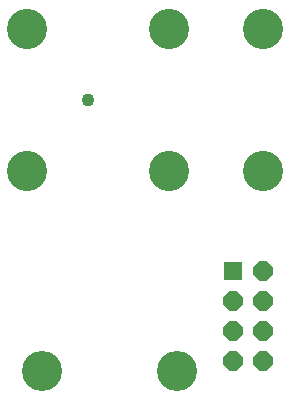
<source format=gbr>
G04 EAGLE Gerber RS-274X export*
G75*
%MOMM*%
%FSLAX34Y34*%
%LPD*%
%INSoldermask Bottom*%
%IPPOS*%
%AMOC8*
5,1,8,0,0,1.08239X$1,22.5*%
G01*
%ADD10C,1.101600*%
%ADD11C,3.401600*%
%ADD12R,1.625600X1.625600*%
%ADD13P,1.759533X8X292.500000*%
%ADD14C,3.403600*%


D10*
X81400Y280500D03*
D11*
X157150Y50500D03*
X42850Y50500D03*
D12*
X204800Y135600D03*
D13*
X230200Y135600D03*
X204800Y110200D03*
X230200Y110200D03*
X204800Y84800D03*
X230200Y84800D03*
X204800Y59400D03*
X230200Y59400D03*
D14*
X30000Y340000D03*
X150000Y340000D03*
X30000Y220000D03*
X150000Y220000D03*
X230000Y340000D03*
X230000Y220000D03*
M02*

</source>
